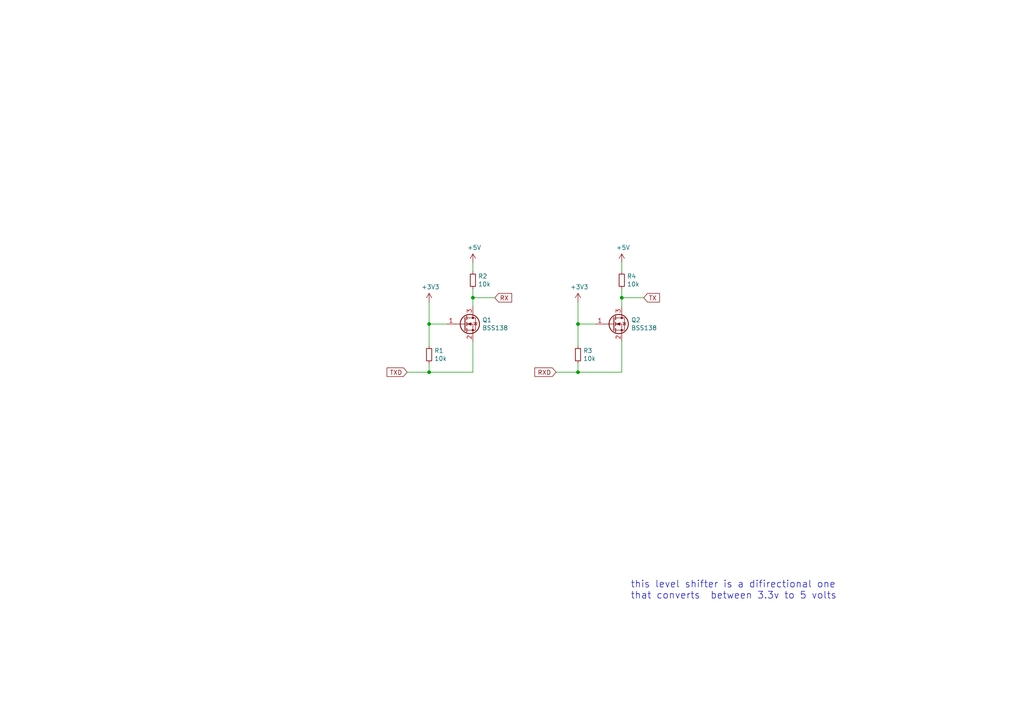
<source format=kicad_sch>
(kicad_sch (version 20211123) (generator eeschema)

  (uuid 8618495a-7120-4b4e-8439-55c277bd8f84)

  (paper "A4")

  (title_block
    (title "Level shifter for UART")
  )

  (lib_symbols
    (symbol "Device:R_Small" (pin_numbers hide) (pin_names (offset 0.254) hide) (in_bom yes) (on_board yes)
      (property "Reference" "R" (id 0) (at 0.762 0.508 0)
        (effects (font (size 1.27 1.27)) (justify left))
      )
      (property "Value" "R_Small" (id 1) (at 0.762 -1.016 0)
        (effects (font (size 1.27 1.27)) (justify left))
      )
      (property "Footprint" "" (id 2) (at 0 0 0)
        (effects (font (size 1.27 1.27)) hide)
      )
      (property "Datasheet" "~" (id 3) (at 0 0 0)
        (effects (font (size 1.27 1.27)) hide)
      )
      (property "ki_keywords" "R resistor" (id 4) (at 0 0 0)
        (effects (font (size 1.27 1.27)) hide)
      )
      (property "ki_description" "Resistor, small symbol" (id 5) (at 0 0 0)
        (effects (font (size 1.27 1.27)) hide)
      )
      (property "ki_fp_filters" "R_*" (id 6) (at 0 0 0)
        (effects (font (size 1.27 1.27)) hide)
      )
      (symbol "R_Small_0_1"
        (rectangle (start -0.762 1.778) (end 0.762 -1.778)
          (stroke (width 0.2032) (type default) (color 0 0 0 0))
          (fill (type none))
        )
      )
      (symbol "R_Small_1_1"
        (pin passive line (at 0 2.54 270) (length 0.762)
          (name "~" (effects (font (size 1.27 1.27))))
          (number "1" (effects (font (size 1.27 1.27))))
        )
        (pin passive line (at 0 -2.54 90) (length 0.762)
          (name "~" (effects (font (size 1.27 1.27))))
          (number "2" (effects (font (size 1.27 1.27))))
        )
      )
    )
    (symbol "Transistor_FET:BSS138" (pin_names hide) (in_bom yes) (on_board yes)
      (property "Reference" "Q" (id 0) (at 5.08 1.905 0)
        (effects (font (size 1.27 1.27)) (justify left))
      )
      (property "Value" "BSS138" (id 1) (at 5.08 0 0)
        (effects (font (size 1.27 1.27)) (justify left))
      )
      (property "Footprint" "Package_TO_SOT_SMD:SOT-23" (id 2) (at 5.08 -1.905 0)
        (effects (font (size 1.27 1.27) italic) (justify left) hide)
      )
      (property "Datasheet" "https://www.onsemi.com/pub/Collateral/BSS138-D.PDF" (id 3) (at 0 0 0)
        (effects (font (size 1.27 1.27)) (justify left) hide)
      )
      (property "ki_keywords" "N-Channel MOSFET" (id 4) (at 0 0 0)
        (effects (font (size 1.27 1.27)) hide)
      )
      (property "ki_description" "50V Vds, 0.22A Id, N-Channel MOSFET, SOT-23" (id 5) (at 0 0 0)
        (effects (font (size 1.27 1.27)) hide)
      )
      (property "ki_fp_filters" "SOT?23*" (id 6) (at 0 0 0)
        (effects (font (size 1.27 1.27)) hide)
      )
      (symbol "BSS138_0_1"
        (polyline
          (pts
            (xy 0.254 0)
            (xy -2.54 0)
          )
          (stroke (width 0) (type default) (color 0 0 0 0))
          (fill (type none))
        )
        (polyline
          (pts
            (xy 0.254 1.905)
            (xy 0.254 -1.905)
          )
          (stroke (width 0.254) (type default) (color 0 0 0 0))
          (fill (type none))
        )
        (polyline
          (pts
            (xy 0.762 -1.27)
            (xy 0.762 -2.286)
          )
          (stroke (width 0.254) (type default) (color 0 0 0 0))
          (fill (type none))
        )
        (polyline
          (pts
            (xy 0.762 0.508)
            (xy 0.762 -0.508)
          )
          (stroke (width 0.254) (type default) (color 0 0 0 0))
          (fill (type none))
        )
        (polyline
          (pts
            (xy 0.762 2.286)
            (xy 0.762 1.27)
          )
          (stroke (width 0.254) (type default) (color 0 0 0 0))
          (fill (type none))
        )
        (polyline
          (pts
            (xy 2.54 2.54)
            (xy 2.54 1.778)
          )
          (stroke (width 0) (type default) (color 0 0 0 0))
          (fill (type none))
        )
        (polyline
          (pts
            (xy 2.54 -2.54)
            (xy 2.54 0)
            (xy 0.762 0)
          )
          (stroke (width 0) (type default) (color 0 0 0 0))
          (fill (type none))
        )
        (polyline
          (pts
            (xy 0.762 -1.778)
            (xy 3.302 -1.778)
            (xy 3.302 1.778)
            (xy 0.762 1.778)
          )
          (stroke (width 0) (type default) (color 0 0 0 0))
          (fill (type none))
        )
        (polyline
          (pts
            (xy 1.016 0)
            (xy 2.032 0.381)
            (xy 2.032 -0.381)
            (xy 1.016 0)
          )
          (stroke (width 0) (type default) (color 0 0 0 0))
          (fill (type outline))
        )
        (polyline
          (pts
            (xy 2.794 0.508)
            (xy 2.921 0.381)
            (xy 3.683 0.381)
            (xy 3.81 0.254)
          )
          (stroke (width 0) (type default) (color 0 0 0 0))
          (fill (type none))
        )
        (polyline
          (pts
            (xy 3.302 0.381)
            (xy 2.921 -0.254)
            (xy 3.683 -0.254)
            (xy 3.302 0.381)
          )
          (stroke (width 0) (type default) (color 0 0 0 0))
          (fill (type none))
        )
        (circle (center 1.651 0) (radius 2.794)
          (stroke (width 0.254) (type default) (color 0 0 0 0))
          (fill (type none))
        )
        (circle (center 2.54 -1.778) (radius 0.254)
          (stroke (width 0) (type default) (color 0 0 0 0))
          (fill (type outline))
        )
        (circle (center 2.54 1.778) (radius 0.254)
          (stroke (width 0) (type default) (color 0 0 0 0))
          (fill (type outline))
        )
      )
      (symbol "BSS138_1_1"
        (pin input line (at -5.08 0 0) (length 2.54)
          (name "G" (effects (font (size 1.27 1.27))))
          (number "1" (effects (font (size 1.27 1.27))))
        )
        (pin passive line (at 2.54 -5.08 90) (length 2.54)
          (name "S" (effects (font (size 1.27 1.27))))
          (number "2" (effects (font (size 1.27 1.27))))
        )
        (pin passive line (at 2.54 5.08 270) (length 2.54)
          (name "D" (effects (font (size 1.27 1.27))))
          (number "3" (effects (font (size 1.27 1.27))))
        )
      )
    )
    (symbol "iot-master-rescue:+3.3V-power" (power) (pin_names (offset 0)) (in_bom yes) (on_board yes)
      (property "Reference" "#PWR" (id 0) (at 0 -3.81 0)
        (effects (font (size 1.27 1.27)) hide)
      )
      (property "Value" "+3.3V-power" (id 1) (at 0 3.556 0)
        (effects (font (size 1.27 1.27)))
      )
      (property "Footprint" "" (id 2) (at 0 0 0)
        (effects (font (size 1.27 1.27)) hide)
      )
      (property "Datasheet" "" (id 3) (at 0 0 0)
        (effects (font (size 1.27 1.27)) hide)
      )
      (symbol "+3.3V-power_0_1"
        (polyline
          (pts
            (xy -0.762 1.27)
            (xy 0 2.54)
          )
          (stroke (width 0) (type default) (color 0 0 0 0))
          (fill (type none))
        )
        (polyline
          (pts
            (xy 0 0)
            (xy 0 2.54)
          )
          (stroke (width 0) (type default) (color 0 0 0 0))
          (fill (type none))
        )
        (polyline
          (pts
            (xy 0 2.54)
            (xy 0.762 1.27)
          )
          (stroke (width 0) (type default) (color 0 0 0 0))
          (fill (type none))
        )
      )
      (symbol "+3.3V-power_1_1"
        (pin power_in line (at 0 0 90) (length 0) hide
          (name "+3V3" (effects (font (size 1.27 1.27))))
          (number "1" (effects (font (size 1.27 1.27))))
        )
      )
    )
    (symbol "power:+5V" (power) (pin_names (offset 0)) (in_bom yes) (on_board yes)
      (property "Reference" "#PWR" (id 0) (at 0 -3.81 0)
        (effects (font (size 1.27 1.27)) hide)
      )
      (property "Value" "+5V" (id 1) (at 0 3.556 0)
        (effects (font (size 1.27 1.27)))
      )
      (property "Footprint" "" (id 2) (at 0 0 0)
        (effects (font (size 1.27 1.27)) hide)
      )
      (property "Datasheet" "" (id 3) (at 0 0 0)
        (effects (font (size 1.27 1.27)) hide)
      )
      (property "ki_keywords" "power-flag" (id 4) (at 0 0 0)
        (effects (font (size 1.27 1.27)) hide)
      )
      (property "ki_description" "Power symbol creates a global label with name \"+5V\"" (id 5) (at 0 0 0)
        (effects (font (size 1.27 1.27)) hide)
      )
      (symbol "+5V_0_1"
        (polyline
          (pts
            (xy -0.762 1.27)
            (xy 0 2.54)
          )
          (stroke (width 0) (type default) (color 0 0 0 0))
          (fill (type none))
        )
        (polyline
          (pts
            (xy 0 0)
            (xy 0 2.54)
          )
          (stroke (width 0) (type default) (color 0 0 0 0))
          (fill (type none))
        )
        (polyline
          (pts
            (xy 0 2.54)
            (xy 0.762 1.27)
          )
          (stroke (width 0) (type default) (color 0 0 0 0))
          (fill (type none))
        )
      )
      (symbol "+5V_1_1"
        (pin power_in line (at 0 0 90) (length 0) hide
          (name "+5V" (effects (font (size 1.27 1.27))))
          (number "1" (effects (font (size 1.27 1.27))))
        )
      )
    )
  )

  (junction (at 167.64 93.98) (diameter 0) (color 0 0 0 0)
    (uuid 2c8d889b-ca64-41c9-b415-7fec7a7557b2)
  )
  (junction (at 167.64 107.95) (diameter 0) (color 0 0 0 0)
    (uuid 36a3953a-1ef4-4bf0-895f-56bd39b65b1b)
  )
  (junction (at 137.16 86.36) (diameter 0) (color 0 0 0 0)
    (uuid 650bf909-d5da-4987-b97d-afb1c1c2aeef)
  )
  (junction (at 180.34 86.36) (diameter 0) (color 0 0 0 0)
    (uuid c269a139-d635-49d1-9bb9-4d06ab4932ae)
  )
  (junction (at 124.46 93.98) (diameter 0) (color 0 0 0 0)
    (uuid d277340c-23dc-4c77-abb8-6b6e9dc8a210)
  )
  (junction (at 124.46 107.95) (diameter 0) (color 0 0 0 0)
    (uuid ee07f74f-38a0-4b8c-a1ca-d6b8f1685b1b)
  )

  (wire (pts (xy 180.34 86.36) (xy 180.34 88.9))
    (stroke (width 0) (type default) (color 0 0 0 0))
    (uuid 08fbbbdf-63c1-4b59-be66-ca628b08680e)
  )
  (wire (pts (xy 180.34 83.82) (xy 180.34 86.36))
    (stroke (width 0) (type default) (color 0 0 0 0))
    (uuid 0e318c09-c1c0-4b10-9047-56de4584ba2b)
  )
  (wire (pts (xy 124.46 93.98) (xy 124.46 87.63))
    (stroke (width 0) (type default) (color 0 0 0 0))
    (uuid 11d7b872-ad5c-407c-99a1-2c5e703984cc)
  )
  (wire (pts (xy 137.16 86.36) (xy 137.16 88.9))
    (stroke (width 0) (type default) (color 0 0 0 0))
    (uuid 337dbb37-d7a1-4fb1-82a2-3d0ee7fe4b7c)
  )
  (wire (pts (xy 167.64 93.98) (xy 167.64 87.63))
    (stroke (width 0) (type default) (color 0 0 0 0))
    (uuid 3b4f3973-360b-42e5-810d-3dcc8cb2b4f2)
  )
  (wire (pts (xy 167.64 93.98) (xy 172.72 93.98))
    (stroke (width 0) (type default) (color 0 0 0 0))
    (uuid 3c70ea71-c512-41e1-bf0d-ef36533a2f39)
  )
  (wire (pts (xy 167.64 107.95) (xy 167.64 105.41))
    (stroke (width 0) (type default) (color 0 0 0 0))
    (uuid 3d63c5db-86d1-4c52-a984-6a264e049adb)
  )
  (wire (pts (xy 137.16 99.06) (xy 137.16 107.95))
    (stroke (width 0) (type default) (color 0 0 0 0))
    (uuid 4dce4e47-2b84-4d6c-ad19-3a46a3118c9f)
  )
  (wire (pts (xy 137.16 76.2) (xy 137.16 78.74))
    (stroke (width 0) (type default) (color 0 0 0 0))
    (uuid 6e23b1cc-77bf-4782-820e-3dc7df273829)
  )
  (wire (pts (xy 137.16 83.82) (xy 137.16 86.36))
    (stroke (width 0) (type default) (color 0 0 0 0))
    (uuid 7327134e-d118-4098-b78f-3ece10af6e22)
  )
  (wire (pts (xy 167.64 100.33) (xy 167.64 93.98))
    (stroke (width 0) (type default) (color 0 0 0 0))
    (uuid 752080db-b1bd-49df-b546-6a2604079500)
  )
  (wire (pts (xy 137.16 107.95) (xy 124.46 107.95))
    (stroke (width 0) (type default) (color 0 0 0 0))
    (uuid 789d6fcf-54da-4f68-a022-bb21d52a6547)
  )
  (wire (pts (xy 124.46 93.98) (xy 129.54 93.98))
    (stroke (width 0) (type default) (color 0 0 0 0))
    (uuid a1067a06-3d77-4461-9136-915a7234031f)
  )
  (wire (pts (xy 137.16 86.36) (xy 143.51 86.36))
    (stroke (width 0) (type default) (color 0 0 0 0))
    (uuid aa087e6e-7827-47ad-8531-b50cb1ee3a8c)
  )
  (wire (pts (xy 180.34 99.06) (xy 180.34 107.95))
    (stroke (width 0) (type default) (color 0 0 0 0))
    (uuid b286659a-2d43-4225-a2e9-6cb6b80c5d8f)
  )
  (wire (pts (xy 180.34 86.36) (xy 186.69 86.36))
    (stroke (width 0) (type default) (color 0 0 0 0))
    (uuid bba9b362-5cf0-4808-8a63-2f6cef120367)
  )
  (wire (pts (xy 124.46 107.95) (xy 124.46 105.41))
    (stroke (width 0) (type default) (color 0 0 0 0))
    (uuid bd4895f7-f118-4ed2-b834-8ceb297a8ca5)
  )
  (wire (pts (xy 167.64 107.95) (xy 161.29 107.95))
    (stroke (width 0) (type default) (color 0 0 0 0))
    (uuid c6914fd1-4efd-4d9b-875f-8db2e2d1b5d3)
  )
  (wire (pts (xy 124.46 100.33) (xy 124.46 93.98))
    (stroke (width 0) (type default) (color 0 0 0 0))
    (uuid cfadbcfd-dad7-400d-be7a-9b3ae930e49a)
  )
  (wire (pts (xy 124.46 107.95) (xy 118.11 107.95))
    (stroke (width 0) (type default) (color 0 0 0 0))
    (uuid dfb0a197-017b-47c2-8d7d-7d540543868c)
  )
  (wire (pts (xy 180.34 76.2) (xy 180.34 78.74))
    (stroke (width 0) (type default) (color 0 0 0 0))
    (uuid ed782d0c-5917-4126-b154-410de43a3204)
  )
  (wire (pts (xy 180.34 107.95) (xy 167.64 107.95))
    (stroke (width 0) (type default) (color 0 0 0 0))
    (uuid f5514e9f-7497-4ea0-ac63-76e7fd737b9d)
  )

  (text "this level shifter is a difirectional one \nthat converts  between 3.3v to 5 volts "
    (at 182.88 173.99 0)
    (effects (font (size 2.0066 2.0066)) (justify left bottom))
    (uuid f36dd3a9-d429-4102-b5d0-42a4fa6cc343)
  )

  (global_label "TXD" (shape input) (at 118.11 107.95 180) (fields_autoplaced)
    (effects (font (size 1.27 1.27)) (justify right))
    (uuid 55a75cd0-a247-4d33-b965-3d2ab1f99924)
    (property "Intersheet References" "${INTERSHEET_REFS}" (id 0) (at 0 0 0)
      (effects (font (size 1.27 1.27)) hide)
    )
  )
  (global_label "RXD" (shape input) (at 161.29 107.95 180) (fields_autoplaced)
    (effects (font (size 1.27 1.27)) (justify right))
    (uuid 6543e0eb-9172-4a55-bb4d-8c55bb256fcc)
    (property "Intersheet References" "${INTERSHEET_REFS}" (id 0) (at 0 0 0)
      (effects (font (size 1.27 1.27)) hide)
    )
  )
  (global_label "RX" (shape input) (at 143.51 86.36 0) (fields_autoplaced)
    (effects (font (size 1.27 1.27)) (justify left))
    (uuid a3177cdc-7f64-4c3d-8c31-4f3428dd1f80)
    (property "Intersheet References" "${INTERSHEET_REFS}" (id 0) (at 0 0 0)
      (effects (font (size 1.27 1.27)) hide)
    )
  )
  (global_label "TX" (shape input) (at 186.69 86.36 0) (fields_autoplaced)
    (effects (font (size 1.27 1.27)) (justify left))
    (uuid fd96e0c6-8887-45e5-8071-e7c9c170b928)
    (property "Intersheet References" "${INTERSHEET_REFS}" (id 0) (at 0 0 0)
      (effects (font (size 1.27 1.27)) hide)
    )
  )

  (symbol (lib_id "Transistor_FET:BSS138") (at 177.8 93.98 0) (unit 1)
    (in_bom yes) (on_board yes)
    (uuid 00000000-0000-0000-0000-000062e721d1)
    (property "Reference" "Q2" (id 0) (at 183.0324 92.8116 0)
      (effects (font (size 1.27 1.27)) (justify left))
    )
    (property "Value" "BSS138" (id 1) (at 183.0324 95.123 0)
      (effects (font (size 1.27 1.27)) (justify left))
    )
    (property "Footprint" "Package_TO_SOT_SMD:SOT-23" (id 2) (at 182.88 95.885 0)
      (effects (font (size 1.27 1.27) italic) (justify left) hide)
    )
    (property "Datasheet" "https://www.fairchildsemi.com/datasheets/BS/BSS138.pdf" (id 3) (at 177.8 93.98 0)
      (effects (font (size 1.27 1.27)) (justify left) hide)
    )
    (pin "1" (uuid d1090a40-72c7-4dcf-8a3e-52f91e0e9e1e))
    (pin "2" (uuid 16bd9dc2-2d16-4701-a2fd-c64734532381))
    (pin "3" (uuid f41f9188-172e-4847-b856-037850686bfd))
  )

  (symbol (lib_id "Device:R_Small") (at 180.34 81.28 0) (unit 1)
    (in_bom yes) (on_board yes)
    (uuid 00000000-0000-0000-0000-000062e721d7)
    (property "Reference" "R4" (id 0) (at 181.8386 80.1116 0)
      (effects (font (size 1.27 1.27)) (justify left))
    )
    (property "Value" "10k" (id 1) (at 181.8386 82.423 0)
      (effects (font (size 1.27 1.27)) (justify left))
    )
    (property "Footprint" "Resistor_SMD:R_0805_2012Metric_Pad1.15x1.40mm_HandSolder" (id 2) (at 180.34 81.28 0)
      (effects (font (size 1.27 1.27)) hide)
    )
    (property "Datasheet" "~" (id 3) (at 180.34 81.28 0)
      (effects (font (size 1.27 1.27)) hide)
    )
    (pin "1" (uuid 7d990fc1-fbeb-4428-9b43-f0ec25890e5e))
    (pin "2" (uuid 565b71bb-0aac-4174-9615-3892ce35643b))
  )

  (symbol (lib_id "Device:R_Small") (at 167.64 102.87 0) (unit 1)
    (in_bom yes) (on_board yes)
    (uuid 00000000-0000-0000-0000-000062e721dd)
    (property "Reference" "R3" (id 0) (at 169.1386 101.7016 0)
      (effects (font (size 1.27 1.27)) (justify left))
    )
    (property "Value" "10k" (id 1) (at 169.1386 104.013 0)
      (effects (font (size 1.27 1.27)) (justify left))
    )
    (property "Footprint" "Resistor_SMD:R_0805_2012Metric_Pad1.15x1.40mm_HandSolder" (id 2) (at 167.64 102.87 0)
      (effects (font (size 1.27 1.27)) hide)
    )
    (property "Datasheet" "~" (id 3) (at 167.64 102.87 0)
      (effects (font (size 1.27 1.27)) hide)
    )
    (pin "1" (uuid 348536e4-9644-456f-ba71-aacee9d3d9de))
    (pin "2" (uuid 5a76a625-2a5d-4703-b518-937accdec9da))
  )

  (symbol (lib_id "power:+5V") (at 180.34 76.2 0) (unit 1)
    (in_bom yes) (on_board yes)
    (uuid 00000000-0000-0000-0000-000062e721e3)
    (property "Reference" "#PWR0101" (id 0) (at 180.34 80.01 0)
      (effects (font (size 1.27 1.27)) hide)
    )
    (property "Value" "+5V" (id 1) (at 180.721 71.8058 0))
    (property "Footprint" "" (id 2) (at 180.34 76.2 0)
      (effects (font (size 1.27 1.27)) hide)
    )
    (property "Datasheet" "" (id 3) (at 180.34 76.2 0)
      (effects (font (size 1.27 1.27)) hide)
    )
    (pin "1" (uuid 9b578dca-23de-475e-9aa4-b6c04648e31a))
  )

  (symbol (lib_id "Transistor_FET:BSS138") (at 134.62 93.98 0) (unit 1)
    (in_bom yes) (on_board yes)
    (uuid 00000000-0000-0000-0000-000062e721f5)
    (property "Reference" "Q1" (id 0) (at 139.8524 92.8116 0)
      (effects (font (size 1.27 1.27)) (justify left))
    )
    (property "Value" "BSS138" (id 1) (at 139.8524 95.123 0)
      (effects (font (size 1.27 1.27)) (justify left))
    )
    (property "Footprint" "Package_TO_SOT_SMD:SOT-23" (id 2) (at 139.7 95.885 0)
      (effects (font (size 1.27 1.27) italic) (justify left) hide)
    )
    (property "Datasheet" "https://www.fairchildsemi.com/datasheets/BS/BSS138.pdf" (id 3) (at 134.62 93.98 0)
      (effects (font (size 1.27 1.27)) (justify left) hide)
    )
    (pin "1" (uuid 8011288f-bb29-4122-80b6-338549ac9e91))
    (pin "2" (uuid abdc02e6-82dd-4101-a5ac-ae17a860b7b5))
    (pin "3" (uuid 8357bd27-8cab-423d-b33e-8dbe16b381f0))
  )

  (symbol (lib_id "Device:R_Small") (at 137.16 81.28 0) (unit 1)
    (in_bom yes) (on_board yes)
    (uuid 00000000-0000-0000-0000-000062e721fb)
    (property "Reference" "R2" (id 0) (at 138.6586 80.1116 0)
      (effects (font (size 1.27 1.27)) (justify left))
    )
    (property "Value" "10k" (id 1) (at 138.6586 82.423 0)
      (effects (font (size 1.27 1.27)) (justify left))
    )
    (property "Footprint" "Resistor_SMD:R_0805_2012Metric_Pad1.15x1.40mm_HandSolder" (id 2) (at 137.16 81.28 0)
      (effects (font (size 1.27 1.27)) hide)
    )
    (property "Datasheet" "~" (id 3) (at 137.16 81.28 0)
      (effects (font (size 1.27 1.27)) hide)
    )
    (pin "1" (uuid 83e4fda1-382d-439d-8e34-5a9da9da2482))
    (pin "2" (uuid 83a14abf-24fc-457f-b9a1-f10fc671b274))
  )

  (symbol (lib_id "Device:R_Small") (at 124.46 102.87 0) (unit 1)
    (in_bom yes) (on_board yes)
    (uuid 00000000-0000-0000-0000-000062e72201)
    (property "Reference" "R1" (id 0) (at 125.9586 101.7016 0)
      (effects (font (size 1.27 1.27)) (justify left))
    )
    (property "Value" "10k" (id 1) (at 125.9586 104.013 0)
      (effects (font (size 1.27 1.27)) (justify left))
    )
    (property "Footprint" "Resistor_SMD:R_0805_2012Metric_Pad1.15x1.40mm_HandSolder" (id 2) (at 124.46 102.87 0)
      (effects (font (size 1.27 1.27)) hide)
    )
    (property "Datasheet" "~" (id 3) (at 124.46 102.87 0)
      (effects (font (size 1.27 1.27)) hide)
    )
    (pin "1" (uuid d6d45a31-e107-485f-8768-c9ced53f1c6b))
    (pin "2" (uuid 39c361b9-c40b-412f-b8f0-879d6da33b6e))
  )

  (symbol (lib_id "power:+5V") (at 137.16 76.2 0) (unit 1)
    (in_bom yes) (on_board yes)
    (uuid 00000000-0000-0000-0000-000062e72207)
    (property "Reference" "#PWR0102" (id 0) (at 137.16 80.01 0)
      (effects (font (size 1.27 1.27)) hide)
    )
    (property "Value" "+5V" (id 1) (at 137.541 71.8058 0))
    (property "Footprint" "" (id 2) (at 137.16 76.2 0)
      (effects (font (size 1.27 1.27)) hide)
    )
    (property "Datasheet" "" (id 3) (at 137.16 76.2 0)
      (effects (font (size 1.27 1.27)) hide)
    )
    (pin "1" (uuid cbdbf8f7-49d4-44e5-98e9-259ea2a17b22))
  )

  (symbol (lib_id "iot-master-rescue:+3.3V-power") (at 124.46 87.63 0) (unit 1)
    (in_bom yes) (on_board yes)
    (uuid 00000000-0000-0000-0000-000062e72226)
    (property "Reference" "#PWR0103" (id 0) (at 124.46 91.44 0)
      (effects (font (size 1.27 1.27)) hide)
    )
    (property "Value" "+3.3V" (id 1) (at 124.841 83.2358 0))
    (property "Footprint" "" (id 2) (at 124.46 87.63 0)
      (effects (font (size 1.27 1.27)) hide)
    )
    (property "Datasheet" "" (id 3) (at 124.46 87.63 0)
      (effects (font (size 1.27 1.27)) hide)
    )
    (pin "1" (uuid 917ef255-05cb-4a92-9402-17ace68e4340))
  )

  (symbol (lib_id "iot-master-rescue:+3.3V-power") (at 167.64 87.63 0) (unit 1)
    (in_bom yes) (on_board yes)
    (uuid 00000000-0000-0000-0000-000062e7222c)
    (property "Reference" "#PWR0104" (id 0) (at 167.64 91.44 0)
      (effects (font (size 1.27 1.27)) hide)
    )
    (property "Value" "+3.3V" (id 1) (at 168.021 83.2358 0))
    (property "Footprint" "" (id 2) (at 167.64 87.63 0)
      (effects (font (size 1.27 1.27)) hide)
    )
    (property "Datasheet" "" (id 3) (at 167.64 87.63 0)
      (effects (font (size 1.27 1.27)) hide)
    )
    (pin "1" (uuid 39184a34-75e1-49c9-b1d3-4efaf79e137a))
  )
)

</source>
